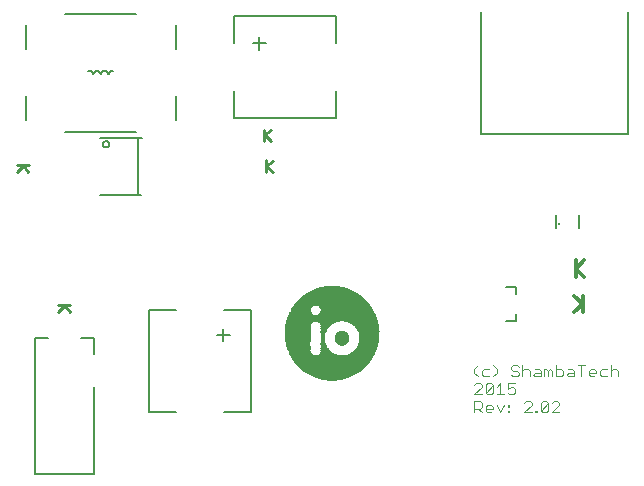
<source format=gto>
G75*
%MOIN*%
%OFA0B0*%
%FSLAX25Y25*%
%IPPOS*%
%LPD*%
%AMOC8*
5,1,8,0,0,1.08239X$1,22.5*
%
%ADD10R,0.03315X0.00166*%
%ADD11R,0.05635X0.00166*%
%ADD12R,0.07293X0.00166*%
%ADD13R,0.08619X0.00166*%
%ADD14R,0.09613X0.00166*%
%ADD15R,0.10607X0.00166*%
%ADD16R,0.11602X0.00166*%
%ADD17R,0.12266X0.00166*%
%ADD18R,0.12929X0.00166*%
%ADD19R,0.13592X0.00166*%
%ADD20R,0.14254X0.00166*%
%ADD21R,0.14917X0.00166*%
%ADD22R,0.15580X0.00166*%
%ADD23R,0.16243X0.00166*%
%ADD24R,0.16906X0.00166*%
%ADD25R,0.17238X0.00166*%
%ADD26R,0.17901X0.00166*%
%ADD27R,0.18232X0.00166*%
%ADD28R,0.18564X0.00166*%
%ADD29R,0.19227X0.00166*%
%ADD30R,0.19558X0.00166*%
%ADD31R,0.19889X0.00166*%
%ADD32R,0.20221X0.00166*%
%ADD33R,0.20884X0.00166*%
%ADD34R,0.21216X0.00166*%
%ADD35R,0.21547X0.00166*%
%ADD36R,0.21879X0.00166*%
%ADD37R,0.22210X0.00166*%
%ADD38R,0.22541X0.00166*%
%ADD39R,0.22873X0.00166*%
%ADD40R,0.23205X0.00166*%
%ADD41R,0.23537X0.00166*%
%ADD42R,0.23868X0.00166*%
%ADD43R,0.24199X0.00166*%
%ADD44R,0.24531X0.00166*%
%ADD45R,0.24862X0.00166*%
%ADD46R,0.25194X0.00166*%
%ADD47R,0.25525X0.00166*%
%ADD48R,0.25857X0.00166*%
%ADD49R,0.26188X0.00166*%
%ADD50R,0.26520X0.00166*%
%ADD51R,0.26851X0.00166*%
%ADD52R,0.27183X0.00166*%
%ADD53R,0.27514X0.00166*%
%ADD54R,0.27846X0.00166*%
%ADD55R,0.07956X0.00166*%
%ADD56R,0.07127X0.00166*%
%ADD57R,0.09448X0.00166*%
%ADD58R,0.07790X0.00166*%
%ADD59R,0.06133X0.00166*%
%ADD60R,0.08950X0.00166*%
%ADD61R,0.07624X0.00166*%
%ADD62R,0.05470X0.00166*%
%ADD63R,0.08453X0.00166*%
%ADD64R,0.07624X0.00166*%
%ADD65R,0.04973X0.00166*%
%ADD66R,0.08288X0.00166*%
%ADD67R,0.07458X0.00166*%
%ADD68R,0.04476X0.00166*%
%ADD69R,0.07956X0.00166*%
%ADD70R,0.07459X0.00166*%
%ADD71R,0.04144X0.00166*%
%ADD72R,0.07956X0.00166*%
%ADD73R,0.03813X0.00166*%
%ADD74R,0.03647X0.00166*%
%ADD75R,0.07625X0.00166*%
%ADD76R,0.07459X0.00166*%
%ADD77R,0.03149X0.00166*%
%ADD78R,0.02983X0.00166*%
%ADD79R,0.07293X0.00166*%
%ADD80R,0.02818X0.00166*%
%ADD81R,0.07790X0.00166*%
%ADD82R,0.02652X0.00166*%
%ADD83R,0.06961X0.00166*%
%ADD84R,0.02486X0.00166*%
%ADD85R,0.06796X0.00166*%
%ADD86R,0.02320X0.00166*%
%ADD87R,0.06795X0.00166*%
%ADD88R,0.02155X0.00166*%
%ADD89R,0.08122X0.00166*%
%ADD90R,0.01989X0.00166*%
%ADD91R,0.01491X0.00166*%
%ADD92R,0.06630X0.00166*%
%ADD93R,0.01823X0.00166*%
%ADD94R,0.08287X0.00166*%
%ADD95R,0.06630X0.00166*%
%ADD96R,0.01657X0.00166*%
%ADD97R,0.03481X0.00166*%
%ADD98R,0.03812X0.00166*%
%ADD99R,0.06464X0.00166*%
%ADD100R,0.04309X0.00166*%
%ADD101R,0.01492X0.00166*%
%ADD102R,0.04475X0.00166*%
%ADD103R,0.04641X0.00166*%
%ADD104R,0.06464X0.00166*%
%ADD105R,0.04807X0.00166*%
%ADD106R,0.08619X0.00166*%
%ADD107R,0.03978X0.00166*%
%ADD108R,0.07127X0.00166*%
%ADD109R,0.01161X0.00166*%
%ADD110R,0.03978X0.00166*%
%ADD111R,0.08785X0.00166*%
%ADD112R,0.08950X0.00166*%
%ADD113R,0.04641X0.00166*%
%ADD114R,0.09281X0.00166*%
%ADD115R,0.05139X0.00166*%
%ADD116R,0.09613X0.00166*%
%ADD117R,0.05801X0.00166*%
%ADD118R,0.09779X0.00166*%
%ADD119R,0.09116X0.00166*%
%ADD120R,0.10276X0.00166*%
%ADD121R,0.17735X0.00166*%
%ADD122R,0.11105X0.00166*%
%ADD123R,0.30498X0.00166*%
%ADD124R,0.30166X0.00166*%
%ADD125R,0.29834X0.00166*%
%ADD126R,0.29503X0.00166*%
%ADD127R,0.29172X0.00166*%
%ADD128R,0.19559X0.00166*%
%ADD129R,0.19061X0.00166*%
%ADD130R,0.18730X0.00166*%
%ADD131R,0.18398X0.00166*%
%ADD132R,0.18233X0.00166*%
%ADD133R,0.18067X0.00166*%
%ADD134R,0.17901X0.00166*%
%ADD135R,0.17735X0.00166*%
%ADD136R,0.17569X0.00166*%
%ADD137R,0.17404X0.00166*%
%ADD138C,0.00300*%
%ADD139C,0.01200*%
%ADD140C,0.00800*%
%ADD141C,0.01181*%
%ADD142C,0.00600*%
%ADD143C,0.00500*%
%ADD144C,0.01000*%
D10*
X0177106Y0041935D03*
X0177106Y0050388D03*
X0179260Y0063482D03*
X0179260Y0032156D03*
D11*
X0179261Y0032321D03*
X0179261Y0063316D03*
D12*
X0179261Y0063150D03*
X0179261Y0032487D03*
D13*
X0179260Y0032653D03*
X0167990Y0050388D03*
X0167990Y0050554D03*
X0168155Y0051051D03*
X0168155Y0051217D03*
X0179260Y0062985D03*
D14*
X0179260Y0062819D03*
X0179260Y0032819D03*
D15*
X0179261Y0032984D03*
X0179261Y0062653D03*
D16*
X0179261Y0062487D03*
X0179261Y0033150D03*
D17*
X0179261Y0033316D03*
X0179261Y0062322D03*
D18*
X0179261Y0062156D03*
X0179261Y0033481D03*
D19*
X0179261Y0033647D03*
X0179261Y0061990D03*
D20*
X0179260Y0061824D03*
X0179260Y0033813D03*
D21*
X0179260Y0033979D03*
X0179260Y0061659D03*
D22*
X0179260Y0061493D03*
X0179260Y0034144D03*
D23*
X0179260Y0034310D03*
X0179260Y0061327D03*
D24*
X0179261Y0061161D03*
X0179261Y0034476D03*
D25*
X0179261Y0034642D03*
X0184067Y0056023D03*
X0183901Y0056355D03*
X0183736Y0056520D03*
X0179261Y0060996D03*
D26*
X0179261Y0060830D03*
X0179261Y0034807D03*
D27*
X0179260Y0034973D03*
X0179260Y0060664D03*
D28*
X0179261Y0060498D03*
X0179261Y0035139D03*
D29*
X0179260Y0035305D03*
X0179260Y0060333D03*
D30*
X0179261Y0060167D03*
X0179261Y0035470D03*
D31*
X0179261Y0035636D03*
X0179261Y0060001D03*
D32*
X0179260Y0059835D03*
X0179260Y0035802D03*
D33*
X0179260Y0035968D03*
X0179260Y0059670D03*
D34*
X0179260Y0059504D03*
X0179260Y0036133D03*
D35*
X0179260Y0036299D03*
X0179260Y0059338D03*
D36*
X0179260Y0059172D03*
X0179260Y0036465D03*
D37*
X0179261Y0036631D03*
X0179261Y0059007D03*
D38*
X0179261Y0058841D03*
X0179261Y0036796D03*
D39*
X0179261Y0036962D03*
X0179261Y0058675D03*
D40*
X0179260Y0058509D03*
X0179260Y0037128D03*
D41*
X0179261Y0037294D03*
X0179261Y0058344D03*
D42*
X0179260Y0058178D03*
X0179260Y0058012D03*
X0179260Y0037625D03*
X0179260Y0037459D03*
D43*
X0179261Y0037791D03*
X0179261Y0057846D03*
D44*
X0179260Y0057681D03*
X0179260Y0037957D03*
D45*
X0179260Y0038122D03*
X0179260Y0057515D03*
D46*
X0179260Y0057349D03*
X0179260Y0057183D03*
X0179260Y0038454D03*
X0179260Y0038288D03*
D47*
X0179261Y0038620D03*
D48*
X0179260Y0038785D03*
D49*
X0179260Y0038951D03*
X0179260Y0039117D03*
D50*
X0179260Y0039283D03*
D51*
X0179261Y0039448D03*
X0179261Y0039614D03*
D52*
X0179260Y0039780D03*
X0179260Y0039946D03*
D53*
X0179260Y0040111D03*
X0179260Y0040277D03*
D54*
X0179261Y0040443D03*
D55*
X0169316Y0040609D03*
X0168155Y0043095D03*
X0168155Y0043261D03*
X0168155Y0043426D03*
X0168818Y0054200D03*
X0190863Y0050056D03*
D56*
X0190614Y0042598D03*
X0190448Y0042432D03*
X0178017Y0040609D03*
X0168735Y0054863D03*
D57*
X0188460Y0040609D03*
D58*
X0190946Y0049891D03*
X0169067Y0040774D03*
D59*
X0177852Y0040774D03*
D60*
X0188874Y0040774D03*
X0168487Y0051548D03*
D61*
X0168321Y0042432D03*
X0168321Y0042266D03*
X0168321Y0042100D03*
X0168984Y0040940D03*
X0191029Y0049559D03*
X0191029Y0049725D03*
X0191194Y0049393D03*
D62*
X0177686Y0040940D03*
D63*
X0167907Y0045084D03*
X0167907Y0045250D03*
X0167907Y0045415D03*
X0167907Y0045581D03*
X0167907Y0045747D03*
X0167907Y0045913D03*
X0167907Y0046078D03*
X0167907Y0049559D03*
X0167907Y0049725D03*
X0167907Y0049891D03*
X0167907Y0050056D03*
X0167907Y0050222D03*
X0168072Y0050719D03*
X0168072Y0050885D03*
X0189122Y0040940D03*
X0190614Y0050554D03*
X0190448Y0050719D03*
D64*
X0189869Y0041603D03*
X0168819Y0041106D03*
X0168487Y0041769D03*
X0168487Y0041935D03*
X0168819Y0054366D03*
D65*
X0177603Y0041106D03*
D66*
X0189371Y0041106D03*
D67*
X0191277Y0049062D03*
X0191277Y0049228D03*
X0168736Y0054531D03*
X0168736Y0041272D03*
D68*
X0177520Y0041272D03*
D69*
X0189537Y0041272D03*
D70*
X0190283Y0042100D03*
X0168570Y0041603D03*
X0168570Y0041437D03*
D71*
X0177355Y0041437D03*
X0182658Y0044918D03*
X0182658Y0047404D03*
D72*
X0189703Y0041437D03*
D73*
X0177355Y0041603D03*
D74*
X0177272Y0041769D03*
X0177272Y0050719D03*
D75*
X0190034Y0041769D03*
D76*
X0190117Y0041935D03*
D77*
X0182658Y0044421D03*
X0182658Y0048067D03*
X0177023Y0050222D03*
X0177023Y0042100D03*
D78*
X0176940Y0042266D03*
X0176940Y0050056D03*
D79*
X0168818Y0054697D03*
X0191360Y0048896D03*
X0191360Y0048730D03*
X0190366Y0042266D03*
D80*
X0182658Y0044255D03*
X0176857Y0042598D03*
X0176857Y0042432D03*
X0176857Y0049891D03*
D81*
X0168238Y0042929D03*
X0168238Y0042763D03*
X0168238Y0042598D03*
D82*
X0176774Y0042763D03*
X0182575Y0048233D03*
X0176774Y0049725D03*
D83*
X0168818Y0055029D03*
X0168818Y0055194D03*
X0191526Y0048233D03*
X0191526Y0048067D03*
X0191526Y0047902D03*
X0190863Y0043095D03*
X0190697Y0042763D03*
D84*
X0176691Y0042929D03*
X0176691Y0049393D03*
X0176691Y0049559D03*
D85*
X0168901Y0055360D03*
X0191111Y0043758D03*
X0191111Y0043592D03*
X0190780Y0042929D03*
D86*
X0182575Y0044089D03*
X0176608Y0043261D03*
X0176608Y0043095D03*
X0176608Y0049228D03*
D87*
X0169896Y0057018D03*
X0191609Y0047736D03*
X0191609Y0047570D03*
X0191609Y0047404D03*
X0191609Y0047239D03*
X0191609Y0047073D03*
X0190946Y0043426D03*
X0190946Y0043261D03*
D88*
X0182658Y0048399D03*
X0176526Y0048896D03*
X0176526Y0049062D03*
X0176526Y0043592D03*
X0176526Y0043426D03*
D89*
X0168072Y0043592D03*
X0168072Y0043758D03*
X0168072Y0043924D03*
X0168072Y0044089D03*
X0168901Y0054034D03*
X0190780Y0050222D03*
D90*
X0176443Y0048730D03*
X0176443Y0048565D03*
X0176443Y0043924D03*
X0176443Y0043758D03*
D91*
X0182658Y0043924D03*
D92*
X0191195Y0043924D03*
X0191195Y0044089D03*
X0191526Y0045084D03*
X0191526Y0045250D03*
X0191526Y0045415D03*
D93*
X0176360Y0044421D03*
X0176360Y0044255D03*
X0176360Y0044089D03*
X0176360Y0048067D03*
X0176360Y0048233D03*
X0176360Y0048399D03*
D94*
X0167990Y0044918D03*
X0167990Y0044752D03*
X0167990Y0044587D03*
X0167990Y0044421D03*
X0167990Y0044255D03*
X0190697Y0050388D03*
D95*
X0191692Y0046907D03*
X0191692Y0046741D03*
X0191692Y0046576D03*
X0191692Y0046410D03*
X0191692Y0046244D03*
X0191360Y0044587D03*
X0191360Y0044421D03*
X0191360Y0044255D03*
X0169647Y0056852D03*
X0169481Y0056686D03*
X0168984Y0055857D03*
X0168984Y0055692D03*
X0168818Y0055526D03*
D96*
X0176277Y0047902D03*
X0176277Y0047736D03*
X0176277Y0047570D03*
X0176277Y0047404D03*
X0176277Y0045084D03*
X0176277Y0044918D03*
X0176277Y0044752D03*
X0176277Y0044587D03*
D97*
X0182658Y0044587D03*
X0182658Y0047902D03*
X0177189Y0050554D03*
D98*
X0182658Y0047736D03*
X0182658Y0044752D03*
D99*
X0191443Y0044752D03*
X0191443Y0044918D03*
X0169067Y0056023D03*
X0169067Y0056189D03*
D100*
X0177437Y0051051D03*
X0182576Y0045084D03*
D101*
X0176194Y0045250D03*
X0176194Y0045415D03*
X0176194Y0045581D03*
X0176194Y0045747D03*
X0176194Y0045913D03*
X0176194Y0046078D03*
X0176194Y0046244D03*
X0176194Y0046410D03*
X0176194Y0046576D03*
X0176194Y0046741D03*
X0176194Y0046907D03*
X0176194Y0047073D03*
X0176194Y0047239D03*
D102*
X0182658Y0047239D03*
X0182658Y0047073D03*
X0182658Y0045415D03*
X0182658Y0045250D03*
D103*
X0182575Y0045581D03*
X0182575Y0046907D03*
D104*
X0177686Y0051714D03*
X0169398Y0056520D03*
X0169233Y0056355D03*
X0191609Y0046078D03*
X0191609Y0045913D03*
X0191609Y0045747D03*
X0191609Y0045581D03*
D105*
X0182658Y0045747D03*
X0182658Y0045913D03*
X0182658Y0046078D03*
X0182658Y0046244D03*
X0182658Y0046410D03*
X0182658Y0046576D03*
X0182658Y0046741D03*
D106*
X0167824Y0046741D03*
X0167824Y0046576D03*
X0167824Y0046410D03*
X0167824Y0046244D03*
X0167824Y0046907D03*
X0167824Y0047073D03*
X0167824Y0047239D03*
X0167824Y0047404D03*
X0167824Y0047570D03*
X0167824Y0047736D03*
X0167824Y0047902D03*
X0167824Y0048067D03*
X0167824Y0048233D03*
X0167824Y0048399D03*
X0167824Y0048565D03*
X0167824Y0048730D03*
X0167824Y0048896D03*
X0167824Y0049062D03*
X0167824Y0049228D03*
X0167824Y0049393D03*
D107*
X0182575Y0047570D03*
D108*
X0191443Y0048399D03*
X0191443Y0048565D03*
D109*
X0182658Y0048565D03*
D110*
X0177272Y0050885D03*
D111*
X0169067Y0053869D03*
X0168238Y0051382D03*
X0190283Y0050885D03*
D112*
X0190200Y0051051D03*
D113*
X0177437Y0051217D03*
D114*
X0190034Y0051217D03*
D115*
X0177520Y0051382D03*
D116*
X0189869Y0051382D03*
D117*
X0177686Y0051548D03*
D118*
X0189620Y0051548D03*
D119*
X0168570Y0051714D03*
D120*
X0189371Y0051714D03*
D121*
X0172879Y0051880D03*
D122*
X0188957Y0051880D03*
D123*
X0179260Y0052045D03*
D124*
X0179260Y0052211D03*
X0179260Y0052377D03*
X0179260Y0052543D03*
D125*
X0179261Y0052708D03*
X0179261Y0052874D03*
X0179261Y0053040D03*
D126*
X0179260Y0053206D03*
X0179260Y0053371D03*
X0179260Y0053537D03*
D127*
X0179261Y0053703D03*
D128*
X0184067Y0053869D03*
D129*
X0184150Y0054034D03*
D130*
X0184316Y0054200D03*
D131*
X0184316Y0054366D03*
D132*
X0184399Y0054531D03*
D133*
X0184316Y0054697D03*
D134*
X0184399Y0054863D03*
D135*
X0184316Y0055029D03*
X0184316Y0055194D03*
D136*
X0184233Y0055360D03*
X0184233Y0055526D03*
X0183238Y0057018D03*
D137*
X0183487Y0056852D03*
X0183653Y0056686D03*
X0183984Y0056189D03*
X0184150Y0055857D03*
X0184150Y0055692D03*
D138*
X0226740Y0036144D02*
X0227974Y0037379D01*
X0226740Y0036144D02*
X0226740Y0034910D01*
X0227974Y0033676D01*
X0229195Y0034293D02*
X0229812Y0033676D01*
X0231664Y0033676D01*
X0232878Y0033676D02*
X0234113Y0034910D01*
X0234113Y0036144D01*
X0232878Y0037379D01*
X0231664Y0036144D02*
X0229812Y0036144D01*
X0229195Y0035527D01*
X0229195Y0034293D01*
X0228591Y0031379D02*
X0227357Y0031379D01*
X0226740Y0030762D01*
X0228591Y0031379D02*
X0229208Y0030762D01*
X0229208Y0030144D01*
X0226740Y0027676D01*
X0229208Y0027676D01*
X0230423Y0028293D02*
X0232892Y0030762D01*
X0232892Y0028293D01*
X0232274Y0027676D01*
X0231040Y0027676D01*
X0230423Y0028293D01*
X0230423Y0030762D01*
X0231040Y0031379D01*
X0232274Y0031379D01*
X0232892Y0030762D01*
X0234106Y0030144D02*
X0235340Y0031379D01*
X0235340Y0027676D01*
X0234106Y0027676D02*
X0236575Y0027676D01*
X0237789Y0028293D02*
X0238406Y0027676D01*
X0239641Y0027676D01*
X0240258Y0028293D01*
X0240258Y0029527D01*
X0239641Y0030144D01*
X0239023Y0030144D01*
X0237789Y0029527D01*
X0237789Y0031379D01*
X0240258Y0031379D01*
X0240868Y0033676D02*
X0239634Y0033676D01*
X0239017Y0034293D01*
X0239634Y0035527D02*
X0239017Y0036144D01*
X0239017Y0036762D01*
X0239634Y0037379D01*
X0240868Y0037379D01*
X0241486Y0036762D01*
X0242700Y0037379D02*
X0242700Y0033676D01*
X0241486Y0034293D02*
X0241486Y0034910D01*
X0240868Y0035527D01*
X0239634Y0035527D01*
X0240868Y0033676D02*
X0241486Y0034293D01*
X0242700Y0035527D02*
X0243317Y0036144D01*
X0244551Y0036144D01*
X0245169Y0035527D01*
X0245169Y0033676D01*
X0246383Y0034293D02*
X0247000Y0034910D01*
X0248852Y0034910D01*
X0248852Y0035527D02*
X0248852Y0033676D01*
X0247000Y0033676D01*
X0246383Y0034293D01*
X0247000Y0036144D02*
X0248235Y0036144D01*
X0248852Y0035527D01*
X0250066Y0036144D02*
X0250683Y0036144D01*
X0251301Y0035527D01*
X0251918Y0036144D01*
X0252535Y0035527D01*
X0252535Y0033676D01*
X0253749Y0033676D02*
X0255601Y0033676D01*
X0256218Y0034293D01*
X0256218Y0035527D01*
X0255601Y0036144D01*
X0253749Y0036144D01*
X0253749Y0037379D02*
X0253749Y0033676D01*
X0251301Y0033676D02*
X0251301Y0035527D01*
X0250066Y0036144D02*
X0250066Y0033676D01*
X0257432Y0034293D02*
X0258050Y0034910D01*
X0259901Y0034910D01*
X0259901Y0035527D02*
X0259901Y0033676D01*
X0258050Y0033676D01*
X0257432Y0034293D01*
X0258050Y0036144D02*
X0259284Y0036144D01*
X0259901Y0035527D01*
X0261116Y0037379D02*
X0263584Y0037379D01*
X0262350Y0037379D02*
X0262350Y0033676D01*
X0264799Y0034293D02*
X0264799Y0035527D01*
X0265416Y0036144D01*
X0266650Y0036144D01*
X0267268Y0035527D01*
X0267268Y0034910D01*
X0264799Y0034910D01*
X0264799Y0034293D02*
X0265416Y0033676D01*
X0266650Y0033676D01*
X0268482Y0034293D02*
X0268482Y0035527D01*
X0269099Y0036144D01*
X0270951Y0036144D01*
X0272165Y0035527D02*
X0272782Y0036144D01*
X0274017Y0036144D01*
X0274634Y0035527D01*
X0274634Y0033676D01*
X0272165Y0033676D02*
X0272165Y0037379D01*
X0270951Y0033676D02*
X0269099Y0033676D01*
X0268482Y0034293D01*
X0254990Y0024762D02*
X0254373Y0025379D01*
X0253139Y0025379D01*
X0252522Y0024762D01*
X0251307Y0024762D02*
X0248838Y0022293D01*
X0249456Y0021676D01*
X0250690Y0021676D01*
X0251307Y0022293D01*
X0251307Y0024762D01*
X0250690Y0025379D01*
X0249456Y0025379D01*
X0248838Y0024762D01*
X0248838Y0022293D01*
X0247614Y0022293D02*
X0247614Y0021676D01*
X0246997Y0021676D01*
X0246997Y0022293D01*
X0247614Y0022293D01*
X0245783Y0021676D02*
X0243314Y0021676D01*
X0245783Y0024144D01*
X0245783Y0024762D01*
X0245165Y0025379D01*
X0243931Y0025379D01*
X0243314Y0024762D01*
X0238406Y0024144D02*
X0238406Y0023527D01*
X0237789Y0023527D01*
X0237789Y0024144D01*
X0238406Y0024144D01*
X0236575Y0024144D02*
X0235340Y0021676D01*
X0234106Y0024144D01*
X0232892Y0023527D02*
X0232892Y0022910D01*
X0230423Y0022910D01*
X0230423Y0023527D02*
X0231040Y0024144D01*
X0232274Y0024144D01*
X0232892Y0023527D01*
X0232274Y0021676D02*
X0231040Y0021676D01*
X0230423Y0022293D01*
X0230423Y0023527D01*
X0229208Y0023527D02*
X0228591Y0022910D01*
X0226740Y0022910D01*
X0227974Y0022910D02*
X0229208Y0021676D01*
X0229208Y0023527D02*
X0229208Y0024762D01*
X0228591Y0025379D01*
X0226740Y0025379D01*
X0226740Y0021676D01*
X0237789Y0021676D02*
X0237789Y0022293D01*
X0238406Y0022293D01*
X0238406Y0021676D01*
X0237789Y0021676D01*
X0252522Y0021676D02*
X0254990Y0024144D01*
X0254990Y0024762D01*
X0254990Y0021676D02*
X0252522Y0021676D01*
D139*
X0260054Y0054990D02*
X0262810Y0057746D01*
X0260054Y0060502D01*
X0262810Y0060502D02*
X0262810Y0057746D01*
X0262810Y0054990D01*
X0263204Y0066801D02*
X0260448Y0069557D01*
X0263204Y0072313D01*
X0260448Y0072313D02*
X0260448Y0069557D01*
X0260448Y0066801D01*
D140*
X0261629Y0083140D02*
X0261629Y0087470D01*
X0253755Y0087470D02*
X0253755Y0083140D01*
X0115693Y0094163D02*
X0114424Y0094163D01*
X0114424Y0113061D01*
X0115793Y0113061D01*
X0114424Y0113061D02*
X0102032Y0113061D01*
X0102032Y0094163D02*
X0114424Y0094163D01*
D141*
X0254936Y0084321D03*
D142*
X0240607Y0063346D02*
X0237407Y0063346D01*
X0240607Y0063346D02*
X0240607Y0061146D01*
X0240607Y0054346D02*
X0240607Y0052146D01*
X0237407Y0052146D01*
X0145174Y0047444D02*
X0140903Y0047444D01*
X0143039Y0049579D02*
X0143039Y0045309D01*
X0155002Y0142532D02*
X0155002Y0146803D01*
X0152867Y0144667D02*
X0157137Y0144667D01*
D143*
X0080133Y0046526D02*
X0080133Y0001250D01*
X0099818Y0001250D01*
X0099818Y0029990D01*
X0099818Y0041014D02*
X0099818Y0046526D01*
X0095487Y0046526D01*
X0084464Y0046526D02*
X0080133Y0046526D01*
X0118322Y0055778D02*
X0118322Y0021919D01*
X0127180Y0021919D01*
X0143322Y0021919D02*
X0152180Y0021919D01*
X0152180Y0055778D01*
X0143322Y0055778D01*
X0127180Y0055778D02*
X0118322Y0055778D01*
X0102912Y0111112D02*
X0102914Y0111175D01*
X0102920Y0111237D01*
X0102930Y0111299D01*
X0102943Y0111361D01*
X0102961Y0111421D01*
X0102982Y0111480D01*
X0103007Y0111538D01*
X0103036Y0111594D01*
X0103068Y0111648D01*
X0103103Y0111700D01*
X0103141Y0111749D01*
X0103183Y0111797D01*
X0103227Y0111841D01*
X0103275Y0111883D01*
X0103324Y0111921D01*
X0103376Y0111956D01*
X0103430Y0111988D01*
X0103486Y0112017D01*
X0103544Y0112042D01*
X0103603Y0112063D01*
X0103663Y0112081D01*
X0103725Y0112094D01*
X0103787Y0112104D01*
X0103849Y0112110D01*
X0103912Y0112112D01*
X0103975Y0112110D01*
X0104037Y0112104D01*
X0104099Y0112094D01*
X0104161Y0112081D01*
X0104221Y0112063D01*
X0104280Y0112042D01*
X0104338Y0112017D01*
X0104394Y0111988D01*
X0104448Y0111956D01*
X0104500Y0111921D01*
X0104549Y0111883D01*
X0104597Y0111841D01*
X0104641Y0111797D01*
X0104683Y0111749D01*
X0104721Y0111700D01*
X0104756Y0111648D01*
X0104788Y0111594D01*
X0104817Y0111538D01*
X0104842Y0111480D01*
X0104863Y0111421D01*
X0104881Y0111361D01*
X0104894Y0111299D01*
X0104904Y0111237D01*
X0104910Y0111175D01*
X0104912Y0111112D01*
X0104910Y0111049D01*
X0104904Y0110987D01*
X0104894Y0110925D01*
X0104881Y0110863D01*
X0104863Y0110803D01*
X0104842Y0110744D01*
X0104817Y0110686D01*
X0104788Y0110630D01*
X0104756Y0110576D01*
X0104721Y0110524D01*
X0104683Y0110475D01*
X0104641Y0110427D01*
X0104597Y0110383D01*
X0104549Y0110341D01*
X0104500Y0110303D01*
X0104448Y0110268D01*
X0104394Y0110236D01*
X0104338Y0110207D01*
X0104280Y0110182D01*
X0104221Y0110161D01*
X0104161Y0110143D01*
X0104099Y0110130D01*
X0104037Y0110120D01*
X0103975Y0110114D01*
X0103912Y0110112D01*
X0103849Y0110114D01*
X0103787Y0110120D01*
X0103725Y0110130D01*
X0103663Y0110143D01*
X0103603Y0110161D01*
X0103544Y0110182D01*
X0103486Y0110207D01*
X0103430Y0110236D01*
X0103376Y0110268D01*
X0103324Y0110303D01*
X0103275Y0110341D01*
X0103227Y0110383D01*
X0103183Y0110427D01*
X0103141Y0110475D01*
X0103103Y0110524D01*
X0103068Y0110576D01*
X0103036Y0110630D01*
X0103007Y0110686D01*
X0102982Y0110744D01*
X0102961Y0110803D01*
X0102943Y0110863D01*
X0102930Y0110925D01*
X0102920Y0110987D01*
X0102914Y0111049D01*
X0102912Y0111112D01*
X0113991Y0115226D02*
X0090369Y0115226D01*
X0077180Y0119163D02*
X0077180Y0127037D01*
X0097850Y0135503D02*
X0097915Y0135528D01*
X0097981Y0135549D01*
X0098049Y0135567D01*
X0098117Y0135581D01*
X0098186Y0135592D01*
X0098256Y0135598D01*
X0098326Y0135601D01*
X0098396Y0135600D01*
X0098465Y0135595D01*
X0098535Y0135586D01*
X0098604Y0135574D01*
X0098672Y0135558D01*
X0098739Y0135538D01*
X0098804Y0135515D01*
X0098869Y0135488D01*
X0098932Y0135457D01*
X0098993Y0135423D01*
X0099052Y0135386D01*
X0099109Y0135346D01*
X0099164Y0135302D01*
X0099216Y0135256D01*
X0099266Y0135207D01*
X0099313Y0135155D01*
X0099357Y0135101D01*
X0099398Y0135044D01*
X0099436Y0134986D01*
X0099471Y0134925D01*
X0099502Y0134862D01*
X0099530Y0134798D01*
X0099554Y0134733D01*
X0099575Y0134666D01*
X0099592Y0134598D01*
X0099605Y0134530D01*
X0099614Y0134460D01*
X0099620Y0134391D01*
X0099622Y0134321D01*
X0099680Y0134321D02*
X0099682Y0134390D01*
X0099688Y0134459D01*
X0099697Y0134527D01*
X0099710Y0134594D01*
X0099727Y0134661D01*
X0099748Y0134727D01*
X0099772Y0134791D01*
X0099800Y0134854D01*
X0099831Y0134916D01*
X0099865Y0134976D01*
X0099903Y0135033D01*
X0099944Y0135089D01*
X0099987Y0135142D01*
X0100034Y0135193D01*
X0100083Y0135241D01*
X0100135Y0135286D01*
X0100190Y0135328D01*
X0100246Y0135367D01*
X0100305Y0135404D01*
X0100366Y0135436D01*
X0100428Y0135466D01*
X0100492Y0135492D01*
X0100557Y0135514D01*
X0100623Y0135533D01*
X0100690Y0135548D01*
X0100758Y0135559D01*
X0100827Y0135567D01*
X0100896Y0135571D01*
X0100964Y0135571D01*
X0101033Y0135567D01*
X0101102Y0135559D01*
X0101170Y0135548D01*
X0101237Y0135533D01*
X0101303Y0135514D01*
X0101368Y0135492D01*
X0101432Y0135466D01*
X0101494Y0135436D01*
X0101555Y0135404D01*
X0101614Y0135367D01*
X0101670Y0135328D01*
X0101725Y0135286D01*
X0101777Y0135241D01*
X0101826Y0135193D01*
X0101873Y0135142D01*
X0101916Y0135089D01*
X0101957Y0135033D01*
X0101995Y0134976D01*
X0102029Y0134916D01*
X0102060Y0134854D01*
X0102088Y0134791D01*
X0102112Y0134727D01*
X0102133Y0134661D01*
X0102150Y0134594D01*
X0102163Y0134527D01*
X0102172Y0134459D01*
X0102178Y0134390D01*
X0102180Y0134321D01*
X0102182Y0134390D01*
X0102188Y0134459D01*
X0102197Y0134527D01*
X0102210Y0134594D01*
X0102227Y0134661D01*
X0102248Y0134727D01*
X0102272Y0134791D01*
X0102300Y0134854D01*
X0102331Y0134916D01*
X0102365Y0134976D01*
X0102403Y0135033D01*
X0102444Y0135089D01*
X0102487Y0135142D01*
X0102534Y0135193D01*
X0102583Y0135241D01*
X0102635Y0135286D01*
X0102690Y0135328D01*
X0102746Y0135367D01*
X0102805Y0135404D01*
X0102866Y0135436D01*
X0102928Y0135466D01*
X0102992Y0135492D01*
X0103057Y0135514D01*
X0103123Y0135533D01*
X0103190Y0135548D01*
X0103258Y0135559D01*
X0103327Y0135567D01*
X0103396Y0135571D01*
X0103464Y0135571D01*
X0103533Y0135567D01*
X0103602Y0135559D01*
X0103670Y0135548D01*
X0103737Y0135533D01*
X0103803Y0135514D01*
X0103868Y0135492D01*
X0103932Y0135466D01*
X0103994Y0135436D01*
X0104055Y0135404D01*
X0104114Y0135367D01*
X0104170Y0135328D01*
X0104225Y0135286D01*
X0104277Y0135241D01*
X0104326Y0135193D01*
X0104373Y0135142D01*
X0104416Y0135089D01*
X0104457Y0135033D01*
X0104495Y0134976D01*
X0104529Y0134916D01*
X0104560Y0134854D01*
X0104588Y0134791D01*
X0104612Y0134727D01*
X0104633Y0134661D01*
X0104650Y0134594D01*
X0104663Y0134527D01*
X0104672Y0134459D01*
X0104678Y0134390D01*
X0104680Y0134321D01*
X0104740Y0134320D02*
X0104744Y0134388D01*
X0104752Y0134456D01*
X0104764Y0134523D01*
X0104779Y0134589D01*
X0104798Y0134654D01*
X0104821Y0134718D01*
X0104847Y0134781D01*
X0104876Y0134842D01*
X0104909Y0134902D01*
X0104945Y0134959D01*
X0104984Y0135015D01*
X0105026Y0135068D01*
X0105071Y0135119D01*
X0105119Y0135168D01*
X0105170Y0135213D01*
X0105222Y0135256D01*
X0105277Y0135296D01*
X0105335Y0135333D01*
X0105394Y0135366D01*
X0105455Y0135396D01*
X0105517Y0135423D01*
X0105581Y0135446D01*
X0105646Y0135466D01*
X0105712Y0135482D01*
X0105779Y0135495D01*
X0105846Y0135504D01*
X0105914Y0135509D01*
X0105982Y0135510D01*
X0106050Y0135508D01*
X0106118Y0135501D01*
X0127180Y0142785D02*
X0127180Y0150659D01*
X0113991Y0154596D02*
X0090369Y0154596D01*
X0077180Y0150659D02*
X0077180Y0142785D01*
X0127180Y0127037D02*
X0127180Y0119163D01*
X0146668Y0119951D02*
X0146668Y0128809D01*
X0146668Y0119951D02*
X0180527Y0119951D01*
X0180527Y0128809D01*
X0180527Y0144951D02*
X0180527Y0153809D01*
X0146668Y0153809D01*
X0146668Y0144951D01*
X0228755Y0154990D02*
X0228755Y0114636D01*
X0277968Y0114636D01*
X0277968Y0154990D01*
D144*
X0158892Y0115845D02*
X0156692Y0114045D01*
X0156692Y0115945D01*
X0156692Y0114045D02*
X0156692Y0112045D01*
X0156792Y0114045D02*
X0158892Y0112045D01*
X0159483Y0105609D02*
X0157283Y0103809D01*
X0157283Y0105709D01*
X0157283Y0103809D02*
X0157283Y0101809D01*
X0157383Y0103809D02*
X0159483Y0101809D01*
X0091875Y0057368D02*
X0089975Y0057368D01*
X0091775Y0055168D01*
X0089975Y0057268D02*
X0087975Y0055168D01*
X0087975Y0057368D02*
X0089975Y0057368D01*
X0077996Y0101822D02*
X0076196Y0104022D01*
X0078096Y0104022D01*
X0076196Y0104022D02*
X0074196Y0104022D01*
X0076196Y0103922D02*
X0074196Y0101822D01*
M02*

</source>
